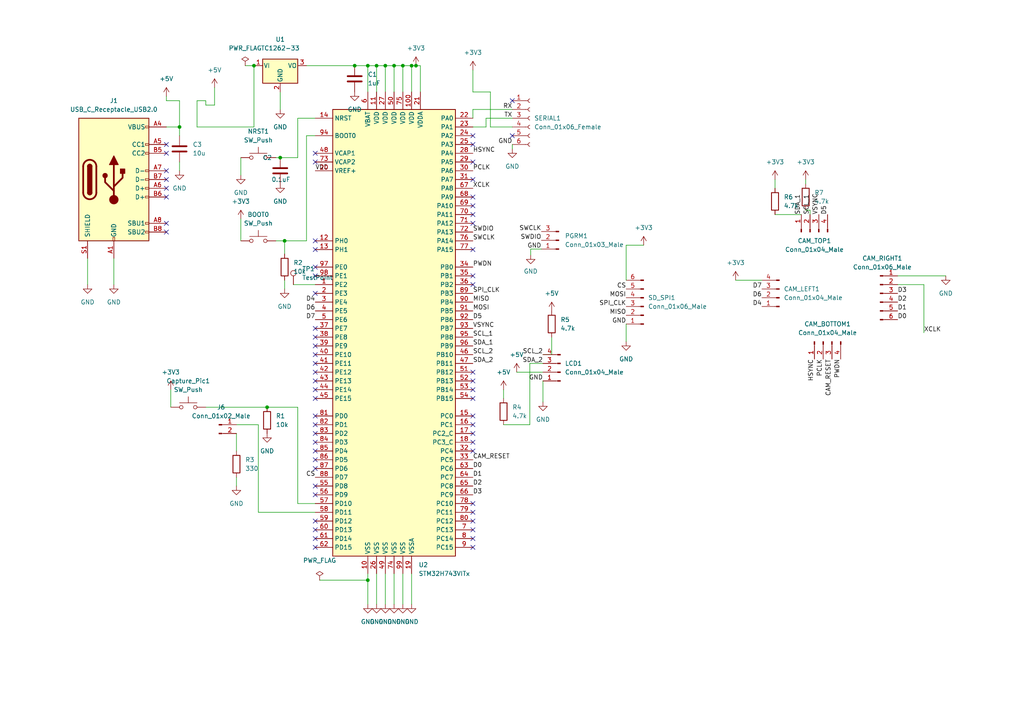
<source format=kicad_sch>
(kicad_sch (version 20211123) (generator eeschema)
  (paper "A4")
  (lib_symbols
    (symbol "Connector:Conn_01x02_Male" (pin_names (offset 1.016) hide)
      (property "Reference" "J" (at 0 2.54 0))
      (property "Value" "Conn_01x02_Male" (at 0 -5.08 0))
      (symbol "Conn_01x02_Male_1_1"
        (polyline (pts (xy 1.27 -2.54) (xy 0.8636 -2.54)) (stroke (width 0.1524)))
        (polyline (pts (xy 1.27 0) (xy 0.8636 0)) (stroke (width 0.1524)))
        (rectangle (start 0.8636 -2.413) (end 0 -2.667) (stroke (width 0.1524)) (fill (type outline)))
        (rectangle (start 0.8636 0.127) (end 0 -0.127) (stroke (width 0.1524)) (fill (type outline)))
        (pin passive line (at 5.08 0 180) (length 3.81) (name "Pin_1") (number "1"))
        (pin passive line (at 5.08 -2.54 180) (length 3.81) (name "Pin_2") (number "2"))
      )
    )
    (symbol "Connector:Conn_01x03_Male" (pin_names (offset 1.016) hide)
      (property "Reference" "J" (at 0 5.08 0))
      (property "Value" "Conn_01x03_Male" (at 0 -5.08 0))
      (symbol "Conn_01x03_Male_1_1"
        (polyline (pts (xy 1.27 -2.54) (xy 0.8636 -2.54)) (stroke (width 0.1524)))
        (polyline (pts (xy 1.27 0) (xy 0.8636 0)) (stroke (width 0.1524)))
        (polyline (pts (xy 1.27 2.54) (xy 0.8636 2.54)) (stroke (width 0.1524)))
        (rectangle (start 0.8636 -2.413) (end 0 -2.667) (stroke (width 0.1524)) (fill (type outline)))
        (rectangle (start 0.8636 0.127) (end 0 -0.127) (stroke (width 0.1524)) (fill (type outline)))
        (rectangle (start 0.8636 2.667) (end 0 2.413) (stroke (width 0.1524)) (fill (type outline)))
        (pin passive line (at 5.08 2.54 180) (length 3.81) (name "Pin_1") (number "1"))
        (pin passive line (at 5.08 0 180) (length 3.81) (name "Pin_2") (number "2"))
        (pin passive line (at 5.08 -2.54 180) (length 3.81) (name "Pin_3") (number "3"))
      )
    )
    (symbol "Connector:Conn_01x04_Male" (pin_names (offset 1.016) hide)
      (property "Reference" "J" (at 0 5.08 0))
      (property "Value" "Conn_01x04_Male" (at 0 -7.62 0))
      (symbol "Conn_01x04_Male_1_1"
        (polyline (pts (xy 1.27 -5.08) (xy 0.8636 -5.08)) (stroke (width 0.1524)))
        (polyline (pts (xy 1.27 -2.54) (xy 0.8636 -2.54)) (stroke (width 0.1524)))
        (polyline (pts (xy 1.27 0) (xy 0.8636 0)) (stroke (width 0.1524)))
        (polyline (pts (xy 1.27 2.54) (xy 0.8636 2.54)) (stroke (width 0.1524)))
        (rectangle (start 0.8636 -4.953) (end 0 -5.207) (stroke (width 0.1524)) (fill (type outline)))
        (rectangle (start 0.8636 -2.413) (end 0 -2.667) (stroke (width 0.1524)) (fill (type outline)))
        (rectangle (start 0.8636 0.127) (end 0 -0.127) (stroke (width 0.1524)) (fill (type outline)))
        (rectangle (start 0.8636 2.667) (end 0 2.413) (stroke (width 0.1524)) (fill (type outline)))
        (pin passive line (at 5.08 2.54 180) (length 3.81) (name "Pin_1") (number "1"))
        (pin passive line (at 5.08 0 180) (length 3.81) (name "Pin_2") (number "2"))
        (pin passive line (at 5.08 -2.54 180) (length 3.81) (name "Pin_3") (number "3"))
        (pin passive line (at 5.08 -5.08 180) (length 3.81) (name "Pin_4") (number "4"))
      )
    )
    (symbol "Connector:Conn_01x06_Female" (pin_names (offset 1.016) hide)
      (property "Reference" "J" (at 0 7.62 0))
      (property "Value" "Conn_01x06_Female" (at 0 -10.16 0))
      (symbol "Conn_01x06_Female_1_1"
        (arc (start 0 -7.112) (mid -0.508 -7.62) (end 0 -8.128) (stroke (width 0.1524)))
        (arc (start 0 -4.572) (mid -0.508 -5.08) (end 0 -5.588) (stroke (width 0.1524)))
        (arc (start 0 -2.032) (mid -0.508 -2.54) (end 0 -3.048) (stroke (width 0.1524)))
        (polyline (pts (xy -1.27 -7.62) (xy -0.508 -7.62)) (stroke (width 0.1524)))
        (polyline (pts (xy -1.27 -5.08) (xy -0.508 -5.08)) (stroke (width 0.1524)))
        (polyline (pts (xy -1.27 -2.54) (xy -0.508 -2.54)) (stroke (width 0.1524)))
        (polyline (pts (xy -1.27 0) (xy -0.508 0)) (stroke (width 0.1524)))
        (polyline (pts (xy -1.27 2.54) (xy -0.508 2.54)) (stroke (width 0.1524)))
        (polyline (pts (xy -1.27 5.08) (xy -0.508 5.08)) (stroke (width 0.1524)))
        (arc (start 0 0.508) (mid -0.508 0) (end 0 -0.508) (stroke (width 0.1524)))
        (arc (start 0 3.048) (mid -0.508 2.54) (end 0 2.032) (stroke (width 0.1524)))
        (arc (start 0 5.588) (mid -0.508 5.08) (end 0 4.572) (stroke (width 0.1524)))
        (pin passive line (at -5.08 5.08 0) (length 3.81) (name "Pin_1") (number "1"))
        (pin passive line (at -5.08 2.54 0) (length 3.81) (name "Pin_2") (number "2"))
        (pin passive line (at -5.08 0 0) (length 3.81) (name "Pin_3") (number "3"))
        (pin passive line (at -5.08 -2.54 0) (length 3.81) (name "Pin_4") (number "4"))
        (pin passive line (at -5.08 -5.08 0) (length 3.81) (name "Pin_5") (number "5"))
        (pin passive line (at -5.08 -7.62 0) (length 3.81) (name "Pin_6") (number "6"))
      )
    )
    (symbol "Connector:Conn_01x06_Male" (pin_names (offset 1.016) hide)
      (property "Reference" "J" (at 0 7.62 0))
      (property "Value" "Conn_01x06_Male" (at 0 -10.16 0))
      (symbol "Conn_01x06_Male_1_1"
        (polyline (pts (xy 1.27 -7.62) (xy 0.8636 -7.62)) (stroke (width 0.1524)))
        (polyline (pts (xy 1.27 -5.08) (xy 0.8636 -5.08)) (stroke (width 0.1524)))
        (polyline (pts (xy 1.27 -2.54) (xy 0.8636 -2.54)) (stroke (width 0.1524)))
        (polyline (pts (xy 1.27 0) (xy 0.8636 0)) (stroke (width 0.1524)))
        (polyline (pts (xy 1.27 2.54) (xy 0.8636 2.54)) (stroke (width 0.1524)))
        (polyline (pts (xy 1.27 5.08) (xy 0.8636 5.08)) (stroke (width 0.1524)))
        (rectangle (start 0.8636 -7.493) (end 0 -7.747) (stroke (width 0.1524)) (fill (type outline)))
        (rectangle (start 0.8636 -4.953) (end 0 -5.207) (stroke (width 0.1524)) (fill (type outline)))
        (rectangle (start 0.8636 -2.413) (end 0 -2.667) (stroke (width 0.1524)) (fill (type outline)))
        (rectangle (start 0.8636 0.127) (end 0 -0.127) (stroke (width 0.1524)) (fill (type outline)))
        (rectangle (start 0.8636 2.667) (end 0 2.413) (stroke (width 0.1524)) (fill (type outline)))
        (rectangle (start 0.8636 5.207) (end 0 4.953) (stroke (width 0.1524)) (fill (type outline)))
        (pin passive line (at 5.08 5.08 180) (length 3.81) (name "Pin_1") (number "1"))
        (pin passive line (at 5.08 2.54 180) (length 3.81) (name "Pin_2") (number "2"))
        (pin passive line (at 5.08 0 180) (length 3.81) (name "Pin_3") (number "3"))
        (pin passive line (at 5.08 -2.54 180) (length 3.81) (name "Pin_4") (number "4"))
        (pin passive line (at 5.08 -5.08 180) (length 3.81) (name "Pin_5") (number "5"))
        (pin passive line (at 5.08 -7.62 180) (length 3.81) (name "Pin_6") (number "6"))
      )
    )
    (symbol "Connector:TestPoint" (pin_numbers hide) (pin_names (offset 0.762) hide)
      (property "Reference" "TP" (at 0 6.858 0))
      (property "Value" "TestPoint" (at 0 5.08 0))
      (symbol "TestPoint_0_1"
        (circle (center 0 3.302) (radius 0.762))
      )
      (symbol "TestPoint_1_1"
        (pin passive line (at 0 0 90) (length 2.54) (name "1") (number "1"))
      )
    )
    (symbol "Connector:USB_C_Receptacle_USB2.0" (pin_names (offset 1.016))
      (property "Reference" "J" (at -10.16 19.05 0))
      (property "Value" "USB_C_Receptacle_USB2.0" (at 19.05 19.05 0))
      (symbol "USB_C_Receptacle_USB2.0_0_0"
        (rectangle (start -0.254 -17.78) (end 0.254 -16.764))
        (rectangle (start 10.16 -14.986) (end 9.144 -15.494))
        (rectangle (start 10.16 -12.446) (end 9.144 -12.954))
        (rectangle (start 10.16 -4.826) (end 9.144 -5.334))
        (rectangle (start 10.16 -2.286) (end 9.144 -2.794))
        (rectangle (start 10.16 0.254) (end 9.144 -0.254))
        (rectangle (start 10.16 2.794) (end 9.144 2.286))
        (rectangle (start 10.16 7.874) (end 9.144 7.366))
        (rectangle (start 10.16 10.414) (end 9.144 9.906))
        (rectangle (start 10.16 15.494) (end 9.144 14.986))
      )
      (symbol "USB_C_Receptacle_USB2.0_0_1"
        (rectangle (start -10.16 17.78) (end 10.16 -17.78) (stroke (width 0.254)) (fill (type background)))
        (arc (start -8.89 -3.81) (mid -6.985 -5.715) (end -5.08 -3.81) (stroke (width 0.508)))
        (arc (start -7.62 -3.81) (mid -6.985 -4.445) (end -6.35 -3.81) (stroke (width 0.254)))
        (arc (start -7.62 -3.81) (mid -6.985 -4.445) (end -6.35 -3.81) (stroke (width 0.254)) (fill (type outline)))
        (rectangle (start -7.62 -3.81) (end -6.35 3.81) (stroke (width 0.254)) (fill (type outline)))
        (arc (start -6.35 3.81) (mid -6.985 4.445) (end -7.62 3.81) (stroke (width 0.254)))
        (arc (start -6.35 3.81) (mid -6.985 4.445) (end -7.62 3.81) (stroke (width 0.254)) (fill (type outline)))
        (arc (start -5.08 3.81) (mid -6.985 5.715) (end -8.89 3.81) (stroke (width 0.508)))
        (circle (center -2.54 1.143) (radius 0.635) (stroke (width 0.254)) (fill (type outline)))
        (circle (center 0 -5.842) (radius 1.27) (fill (type outline)))
        (polyline (pts (xy -8.89 -3.81) (xy -8.89 3.81)) (stroke (width 0.508)))
        (polyline (pts (xy -5.08 3.81) (xy -5.08 -3.81)) (stroke (width 0.508)))
        (polyline (pts (xy 0 -5.842) (xy 0 4.318)) (stroke (width 0.508)))
        (polyline (pts (xy 0 -3.302) (xy -2.54 -0.762) (xy -2.54 0.508)) (stroke (width 0.508)))
        (polyline (pts (xy 0 -2.032) (xy 2.54 0.508) (xy 2.54 1.778)) (stroke (width 0.508)))
        (polyline (pts (xy -1.27 4.318) (xy 0 6.858) (xy 1.27 4.318) (xy -1.27 4.318)) (stroke (width 0.254)) (fill (type outline)))
        (rectangle (start 1.905 1.778) (end 3.175 3.048) (stroke (width 0.254)) (fill (type outline)))
      )
      (symbol "USB_C_Receptacle_USB2.0_1_1"
        (pin passive line (at 0 -22.86 90) (length 5.08) (name "GND") (number "A1"))
        (pin passive line (at 0 -22.86 90) (length 5.08) hide (name "GND") (number "A12"))
        (pin passive line (at 15.24 15.24 180) (length 5.08) (name "VBUS") (number "A4"))
        (pin bidirectional line (at 15.24 10.16 180) (length 5.08) (name "CC1") (number "A5"))
        (pin bidirectional line (at 15.24 -2.54 180) (length 5.08) (name "D+") (number "A6"))
        (pin bidirectional line (at 15.24 2.54 180) (length 5.08) (name "D-") (number "A7"))
        (pin bidirectional line (at 15.24 -12.7 180) (length 5.08) (name "SBU1") (number "A8"))
        (pin passive line (at 15.24 15.24 180) (length 5.08) hide (name "VBUS") (number "A9"))
        (pin passive line (at 0 -22.86 90) (length 5.08) hide (name "GND") (number "B1"))
        (pin passive line (at 0 -22.86 90) (length 5.08) hide (name "GND") (number "B12"))
        (pin passive line (at 15.24 15.24 180) (length 5.08) hide (name "VBUS") (number "B4"))
        (pin bidirectional line (at 15.24 7.62 180) (length 5.08) (name "CC2") (number "B5"))
        (pin bidirectional line (at 15.24 -5.08 180) (length 5.08) (name "D+") (number "B6"))
        (pin bidirectional line (at 15.24 0 180) (length 5.08) (name "D-") (number "B7"))
        (pin bidirectional line (at 15.24 -15.24 180) (length 5.08) (name "SBU2") (number "B8"))
        (pin passive line (at 15.24 15.24 180) (length 5.08) hide (name "VBUS") (number "B9"))
        (pin passive line (at -7.62 -22.86 90) (length 5.08) (name "SHIELD") (number "S1"))
      )
    )
    (symbol "Device:C" (pin_numbers hide) (pin_names (offset 0.254))
      (property "Reference" "C" (at 0.635 2.54 0))
      (property "Value" "C" (at 0.635 -2.54 0))
      (symbol "C_0_1"
        (polyline (pts (xy -2.032 -0.762) (xy 2.032 -0.762)) (stroke (width 0.508)))
        (polyline (pts (xy -2.032 0.762) (xy 2.032 0.762)) (stroke (width 0.508)))
      )
      (symbol "C_1_1"
        (pin passive line (at 0 3.81 270) (length 2.794) (name "~") (number "1"))
        (pin passive line (at 0 -3.81 90) (length 2.794) (name "~") (number "2"))
      )
    )
    (symbol "Device:R" (pin_numbers hide) (pin_names (offset 0))
      (property "Reference" "R" (at 2.032 0 90))
      (property "Value" "R" (at 0 0 90))
      (symbol "R_0_1"
        (rectangle (start -1.016 -2.54) (end 1.016 2.54) (stroke (width 0.254)))
      )
      (symbol "R_1_1"
        (pin passive line (at 0 3.81 270) (length 1.27) (name "~") (number "1"))
        (pin passive line (at 0 -3.81 90) (length 1.27) (name "~") (number "2"))
      )
    )
    (symbol "MCU_ST_STM32H7:STM32H743VITx"
      (property "Reference" "U" (at -17.78 64.77 0))
      (property "Value" "STM32H743VITx" (at 10.16 64.77 0))
      (symbol "STM32H743VITx_0_1"
        (rectangle (start -17.78 -66.04) (end 17.78 63.5) (stroke (width 0.254)) (fill (type background)))
      )
      (symbol "STM32H743VITx_1_1"
        (pin bidirectional line (at -22.86 12.7 0) (length 5.08) (name "PE2") (number "1"))
        (pin power_in line (at -7.62 -71.12 90) (length 5.08) (name "VSS") (number "10"))
        (pin power_in line (at 5.08 68.58 270) (length 5.08) (name "VDD") (number "100"))
        (pin power_in line (at -5.08 68.58 270) (length 5.08) (name "VDD") (number "11"))
        (pin input line (at -22.86 25.4 0) (length 5.08) (name "PH0") (number "12"))
        (pin input line (at -22.86 22.86 0) (length 5.08) (name "PH1") (number "13"))
        (pin input line (at -22.86 60.96 0) (length 5.08) (name "NRST") (number "14"))
        (pin bidirectional line (at 22.86 -25.4 180) (length 5.08) (name "PC0") (number "15"))
        (pin bidirectional line (at 22.86 -27.94 180) (length 5.08) (name "PC1") (number "16"))
        (pin bidirectional line (at 22.86 -30.48 180) (length 5.08) (name "PC2_C") (number "17"))
        (pin bidirectional line (at 22.86 -33.02 180) (length 5.08) (name "PC3_C") (number "18"))
        (pin power_in line (at 5.08 -71.12 90) (length 5.08) (name "VSSA") (number "19"))
        (pin bidirectional line (at -22.86 10.16 0) (length 5.08) (name "PE3") (number "2"))
        (pin bidirectional line (at -22.86 45.72 0) (length 5.08) (name "VREF+") (number "20"))
        (pin power_in line (at 7.62 68.58 270) (length 5.08) (name "VDDA") (number "21"))
        (pin bidirectional line (at 22.86 60.96 180) (length 5.08) (name "PA0") (number "22"))
        (pin bidirectional line (at 22.86 58.42 180) (length 5.08) (name "PA1") (number "23"))
        (pin bidirectional line (at 22.86 55.88 180) (length 5.08) (name "PA2") (number "24"))
        (pin bidirectional line (at 22.86 53.34 180) (length 5.08) (name "PA3") (number "25"))
        (pin power_in line (at -5.08 -71.12 90) (length 5.08) (name "VSS") (number "26"))
        (pin power_in line (at -2.54 68.58 270) (length 5.08) (name "VDD") (number "27"))
        (pin bidirectional line (at 22.86 50.8 180) (length 5.08) (name "PA4") (number "28"))
        (pin bidirectional line (at 22.86 48.26 180) (length 5.08) (name "PA5") (number "29"))
        (pin bidirectional line (at -22.86 7.62 0) (length 5.08) (name "PE4") (number "3"))
        (pin bidirectional line (at 22.86 45.72 180) (length 5.08) (name "PA6") (number "30"))
        (pin bidirectional line (at 22.86 43.18 180) (length 5.08) (name "PA7") (number "31"))
        (pin bidirectional line (at 22.86 -35.56 180) (length 5.08) (name "PC4") (number "32"))
        (pin bidirectional line (at 22.86 -38.1 180) (length 5.08) (name "PC5") (number "33"))
        (pin bidirectional line (at 22.86 17.78 180) (length 5.08) (name "PB0") (number "34"))
        (pin bidirectional line (at 22.86 15.24 180) (length 5.08) (name "PB1") (number "35"))
        (pin bidirectional line (at 22.86 12.7 180) (length 5.08) (name "PB2") (number "36"))
        (pin bidirectional line (at -22.86 0 0) (length 5.08) (name "PE7") (number "37"))
        (pin bidirectional line (at -22.86 -2.54 0) (length 5.08) (name "PE8") (number "38"))
        (pin bidirectional line (at -22.86 -5.08 0) (length 5.08) (name "PE9") (number "39"))
        (pin bidirectional line (at -22.86 5.08 0) (length 5.08) (name "PE5") (number "4"))
        (pin bidirectional line (at -22.86 -7.62 0) (length 5.08) (name "PE10") (number "40"))
        (pin bidirectional line (at -22.86 -10.16 0) (length 5.08) (name "PE11") (number "41"))
        (pin bidirectional line (at -22.86 -12.7 0) (length 5.08) (name "PE12") (number "42"))
        (pin bidirectional line (at -22.86 -15.24 0) (length 5.08) (name "PE13") (number "43"))
        (pin bidirectional line (at -22.86 -17.78 0) (length 5.08) (name "PE14") (number "44"))
        (pin bidirectional line (at -22.86 -20.32 0) (length 5.08) (name "PE15") (number "45"))
        (pin bidirectional line (at 22.86 -7.62 180) (length 5.08) (name "PB10") (number "46"))
        (pin bidirectional line (at 22.86 -10.16 180) (length 5.08) (name "PB11") (number "47"))
        (pin power_in line (at -22.86 50.8 0) (length 5.08) (name "VCAP1") (number "48"))
        (pin power_in line (at -2.54 -71.12 90) (length 5.08) (name "VSS") (number "49"))
        (pin bidirectional line (at -22.86 2.54 0) (length 5.08) (name "PE6") (number "5"))
        (pin power_in line (at 0 68.58 270) (length 5.08) (name "VDD") (number "50"))
        (pin bidirectional line (at 22.86 -12.7 180) (length 5.08) (name "PB12") (number "51"))
        (pin bidirectional line (at 22.86 -15.24 180) (length 5.08) (name "PB13") (number "52"))
        (pin bidirectional line (at 22.86 -17.78 180) (length 5.08) (name "PB14") (number "53"))
        (pin bidirectional line (at 22.86 -20.32 180) (length 5.08) (name "PB15") (number "54"))
        (pin bidirectional line (at -22.86 -45.72 0) (length 5.08) (name "PD8") (number "55"))
        (pin bidirectional line (at -22.86 -48.26 0) (length 5.08) (name "PD9") (number "56"))
        (pin bidirectional line (at -22.86 -50.8 0) (length 5.08) (name "PD10") (number "57"))
        (pin bidirectional line (at -22.86 -53.34 0) (length 5.08) (name "PD11") (number "58"))
        (pin bidirectional line (at -22.86 -55.88 0) (length 5.08) (name "PD12") (number "59"))
        (pin power_in line (at -7.62 68.58 270) (length 5.08) (name "VBAT") (number "6"))
        (pin bidirectional line (at -22.86 -58.42 0) (length 5.08) (name "PD13") (number "60"))
        (pin bidirectional line (at -22.86 -60.96 0) (length 5.08) (name "PD14") (number "61"))
        (pin bidirectional line (at -22.86 -63.5 0) (length 5.08) (name "PD15") (number "62"))
        (pin bidirectional line (at 22.86 -40.64 180) (length 5.08) (name "PC6") (number "63"))
        (pin bidirectional line (at 22.86 -43.18 180) (length 5.08) (name "PC7") (number "64"))
        (pin bidirectional line (at 22.86 -45.72 180) (length 5.08) (name "PC8") (number "65"))
        (pin bidirectional line (at 22.86 -48.26 180) (length 5.08) (name "PC9") (number "66"))
        (pin bidirectional line (at 22.86 40.64 180) (length 5.08) (name "PA8") (number "67"))
        (pin bidirectional line (at 22.86 38.1 180) (length 5.08) (name "PA9") (number "68"))
        (pin bidirectional line (at 22.86 35.56 180) (length 5.08) (name "PA10") (number "69"))
        (pin bidirectional line (at 22.86 -58.42 180) (length 5.08) (name "PC13") (number "7"))
        (pin bidirectional line (at 22.86 33.02 180) (length 5.08) (name "PA11") (number "70"))
        (pin bidirectional line (at 22.86 30.48 180) (length 5.08) (name "PA12") (number "71"))
        (pin bidirectional line (at 22.86 27.94 180) (length 5.08) (name "PA13") (number "72"))
        (pin power_in line (at -22.86 48.26 0) (length 5.08) (name "VCAP2") (number "73"))
        (pin power_in line (at 0 -71.12 90) (length 5.08) (name "VSS") (number "74"))
        (pin power_in line (at 2.54 68.58 270) (length 5.08) (name "VDD") (number "75"))
        (pin bidirectional line (at 22.86 25.4 180) (length 5.08) (name "PA14") (number "76"))
        (pin bidirectional line (at 22.86 22.86 180) (length 5.08) (name "PA15") (number "77"))
        (pin bidirectional line (at 22.86 -50.8 180) (length 5.08) (name "PC10") (number "78"))
        (pin bidirectional line (at 22.86 -53.34 180) (length 5.08) (name "PC11") (number "79"))
        (pin bidirectional line (at 22.86 -60.96 180) (length 5.08) (name "PC14") (number "8"))
        (pin bidirectional line (at 22.86 -55.88 180) (length 5.08) (name "PC12") (number "80"))
        (pin bidirectional line (at -22.86 -25.4 0) (length 5.08) (name "PD0") (number "81"))
        (pin bidirectional line (at -22.86 -27.94 0) (length 5.08) (name "PD1") (number "82"))
        (pin bidirectional line (at -22.86 -30.48 0) (length 5.08) (name "PD2") (number "83"))
        (pin bidirectional line (at -22.86 -33.02 0) (length 5.08) (name "PD3") (number "84"))
        (pin bidirectional line (at -22.86 -35.56 0) (length 5.08) (name "PD4") (number "85"))
        (pin bidirectional line (at -22.86 -38.1 0) (length 5.08) (name "PD5") (number "86"))
        (pin bidirectional line (at -22.86 -40.64 0) (length 5.08) (name "PD6") (number "87"))
        (pin bidirectional line (at -22.86 -43.18 0) (length 5.08) (name "PD7") (number "88"))
        (pin bidirectional line (at 22.86 10.16 180) (length 5.08) (name "PB3") (number "89"))
        (pin bidirectional line (at 22.86 -63.5 180) (length 5.08) (name "PC15") (number "9"))
        (pin bidirectional line (at 22.86 7.62 180) (length 5.08) (name "PB4") (number "90"))
        (pin bidirectional line (at 22.86 5.08 180) (length 5.08) (name "PB5") (number "91"))
        (pin bidirectional line (at 22.86 2.54 180) (length 5.08) (name "PB6") (number "92"))
        (pin bidirectional line (at 22.86 0 180) (length 5.08) (name "PB7") (number "93"))
        (pin input line (at -22.86 55.88 0) (length 5.08) (name "BOOT0") (number "94"))
        (pin bidirectional line (at 22.86 -2.54 180) (length 5.08) (name "PB8") (number "95"))
        (pin bidirectional line (at 22.86 -5.08 180) (length 5.08) (name "PB9") (number "96"))
        (pin bidirectional line (at -22.86 17.78 0) (length 5.08) (name "PE0") (number "97"))
        (pin bidirectional line (at -22.86 15.24 0) (length 5.08) (name "PE1") (number "98"))
        (pin power_in line (at 2.54 -71.12 90) (length 5.08) (name "VSS") (number "99"))
      )
    )
    (symbol "Regulator_Linear:TC1262-33" (pin_names (offset 0.254))
      (property "Reference" "U" (at -3.81 3.175 0))
      (property "Value" "TC1262-33" (at 0 3.175 0))
      (symbol "TC1262-33_1_1"
        (rectangle (start -5.08 1.905) (end 5.08 -5.08) (stroke (width 0.254)) (fill (type background)))
        (pin power_in line (at -7.62 0 0) (length 2.54) (name "VI") (number "1"))
        (pin power_in line (at 0 -7.62 90) (length 2.54) (name "GND") (number "2"))
        (pin power_out line (at 7.62 0 180) (length 2.54) (name "VO") (number "3"))
      )
    )
    (symbol "Switch:SW_Push" (pin_numbers hide) (pin_names (offset 1.016) hide)
      (property "Reference" "SW" (at 1.27 2.54 0))
      (property "Value" "SW_Push" (at 0 -1.524 0))
      (symbol "SW_Push_0_1"
        (circle (center -2.032 0) (radius 0.508))
        (polyline (pts (xy 0 1.27) (xy 0 3.048)))
        (polyline (pts (xy 2.54 1.27) (xy -2.54 1.27)))
        (circle (center 2.032 0) (radius 0.508))
        (pin passive line (at -5.08 0 0) (length 2.54) (name "1") (number "1"))
        (pin passive line (at 5.08 0 180) (length 2.54) (name "2") (number "2"))
      )
    )
    (symbol "power:+3.3V" (power) (pin_names (offset 0))
      (property "Value" "+3.3V" (at 0 3.556 0))
      (symbol "+3.3V_0_1"
        (polyline (pts (xy -0.762 1.27) (xy 0 2.54)))
        (polyline (pts (xy 0 0) (xy 0 2.54)))
        (polyline (pts (xy 0 2.54) (xy 0.762 1.27)))
      )
      (symbol "+3.3V_1_1"
        (pin power_in line (at 0 0 90) (length 0) hide (name "+3V3") (number "1"))
      )
    )
    (symbol "power:+5V" (power) (pin_names (offset 0))
      (property "Value" "+5V" (at 0 3.556 0))
      (symbol "+5V_0_1"
        (polyline (pts (xy -0.762 1.27) (xy 0 2.54)))
        (polyline (pts (xy 0 0) (xy 0 2.54)))
        (polyline (pts (xy 0 2.54) (xy 0.762 1.27)))
      )
      (symbol "+5V_1_1"
        (pin power_in line (at 0 0 90) (length 0) hide (name "+5V") (number "1"))
      )
    )
    (symbol "power:GND" (power) (pin_names (offset 0))
      (property "Value" "GND" (at 0 -3.81 0))
      (symbol "GND_0_1"
        (polyline (pts (xy 0 0) (xy 0 -1.27) (xy 1.27 -1.27) (xy 0 -2.54) (xy -1.27 -1.27) (xy 0 -1.27)))
      )
      (symbol "GND_1_1"
        (pin power_in line (at 0 0 270) (length 0) hide (name "GND") (number "1"))
      )
    )
    (symbol "power:PWR_FLAG" (power) (pin_numbers hide) (pin_names (offset 0) hide)
      (property "Value" "PWR_FLAG" (at 0 3.81 0))
      (symbol "PWR_FLAG_0_0"
        (pin power_out line (at 0 0 90) (length 0) (name "pwr") (number "1"))
      )
      (symbol "PWR_FLAG_0_1"
        (polyline (pts (xy 0 0) (xy 0 1.27) (xy -1.016 1.905) (xy 0 2.54) (xy 1.016 1.905) (xy 0 1.27)))
      )
    )
  )
  (junction (at 82.55 69.85))
  (junction (at 119.38 19.05))
  (junction (at 116.84 19.05))
  (junction (at 109.22 19.05))
  (junction (at 52.07 36.83))
  (junction (at 73.66 19.05))
  (junction (at 111.76 19.05))
  (junction (at 102.87 19.05))
  (junction (at 120.65 19.05))
  (junction (at 77.47 118.11))
  (junction (at 106.68 19.05))
  (junction (at 81.28 45.72))
  (junction (at 114.3 19.05))
  (junction (at 106.68 168.275))
  (no_connect (at 48.26 41.91))
  (no_connect (at 48.26 44.45))
  (no_connect (at 91.44 120.65))
  (no_connect (at 91.44 123.19))
  (no_connect (at 48.26 49.53))
  (no_connect (at 48.26 52.07))
  (no_connect (at 48.26 54.61))
  (no_connect (at 48.26 57.15))
  (no_connect (at 48.26 64.77))
  (no_connect (at 48.26 67.31))
  (no_connect (at 91.44 44.45))
  (no_connect (at 91.44 125.73))
  (no_connect (at 91.44 130.81))
  (no_connect (at 91.44 105.41))
  (no_connect (at 91.44 107.95))
  (no_connect (at 91.44 110.49))
  (no_connect (at 91.44 113.03))
  (no_connect (at 91.44 115.57))
  (no_connect (at 91.44 95.25))
  (no_connect (at 91.44 97.79))
  (no_connect (at 91.44 100.33))
  (no_connect (at 91.44 102.87))
  (no_connect (at 91.44 143.51))
  (no_connect (at 91.44 140.97))
  (no_connect (at 91.44 135.89))
  (no_connect (at 91.44 133.35))
  (no_connect (at 137.16 151.13))
  (no_connect (at 137.16 148.59))
  (no_connect (at 137.16 158.75))
  (no_connect (at 137.16 156.21))
  (no_connect (at 137.16 153.67))
  (no_connect (at 91.44 153.67))
  (no_connect (at 91.44 156.21))
  (no_connect (at 91.44 158.75))
  (no_connect (at 91.44 151.13))
  (no_connect (at 137.16 82.55))
  (no_connect (at 137.16 80.01))
  (no_connect (at 137.16 72.39))
  (no_connect (at 137.16 64.77))
  (no_connect (at 91.44 46.99))
  (no_connect (at 91.44 85.09))
  (no_connect (at 137.16 146.05))
  (no_connect (at 137.16 130.81))
  (no_connect (at 137.16 128.27))
  (no_connect (at 137.16 125.73))
  (no_connect (at 137.16 123.19))
  (no_connect (at 137.16 120.65))
  (no_connect (at 137.16 115.57))
  (no_connect (at 137.16 113.03))
  (no_connect (at 137.16 110.49))
  (no_connect (at 137.16 107.95))
  (no_connect (at 91.44 80.01))
  (no_connect (at 91.44 77.47))
  (no_connect (at 91.44 72.39))
  (no_connect (at 91.44 69.85))
  (no_connect (at 137.16 62.23))
  (no_connect (at 137.16 59.69))
  (no_connect (at 137.16 57.15))
  (no_connect (at 91.44 128.27))
  (no_connect (at 137.16 46.99))
  (no_connect (at 137.16 39.37))
  (no_connect (at 137.16 52.07))
  (no_connect (at 137.16 41.91))
  (no_connect (at 148.59 39.37))
  (no_connect (at 148.59 29.21))
  (wire (pts (xy 68.58 138.43) (xy 68.58 140.97)))
  (wire (pts (xy 57.15 29.21) (xy 59.69 29.21)))
  (wire (pts (xy 109.22 19.05) (xy 109.22 26.67)))
  (wire (pts (xy 260.35 80.01) (xy 274.32 80.01)))
  (wire (pts (xy 86.36 45.72) (xy 86.36 34.29)))
  (wire (pts (xy 106.68 168.275) (xy 106.68 175.26)))
  (wire (pts (xy 148.59 31.75) (xy 137.16 31.75)))
  (wire (pts (xy 224.79 62.23) (xy 232.41 62.23)))
  (wire (pts (xy 111.76 19.05) (xy 111.76 26.67)))
  (wire (pts (xy 119.38 166.37) (xy 119.38 175.26)))
  (wire (pts (xy 153.67 123.19) (xy 146.05 123.19)))
  (wire (pts (xy 52.07 29.21) (xy 52.07 36.83)))
  (wire (pts (xy 142.24 36.83) (xy 142.24 26.67)))
  (wire (pts (xy 85.09 82.55) (xy 91.44 82.55)))
  (wire (pts (xy 149.86 107.95) (xy 157.48 107.95)))
  (wire (pts (xy 59.69 29.21) (xy 59.69 30.48)))
  (wire (pts (xy 140.97 36.83) (xy 137.16 36.83)))
  (wire (pts (xy 86.36 146.05) (xy 86.36 118.11)))
  (wire (pts (xy 109.22 166.37) (xy 109.22 175.26)))
  (wire (pts (xy 52.07 46.99) (xy 52.07 49.53)))
  (wire (pts (xy 111.76 166.37) (xy 111.76 175.26)))
  (wire (pts (xy 153.67 105.41) (xy 153.67 123.19)))
  (wire (pts (xy 25.4 74.93) (xy 25.4 82.55)))
  (wire (pts (xy 114.3 166.37) (xy 114.3 175.26)))
  (wire (pts (xy 80.01 45.72) (xy 81.28 45.72)))
  (wire (pts (xy 74.93 123.19) (xy 74.93 148.59)))
  (wire (pts (xy 69.85 45.72) (xy 69.85 50.8)))
  (wire (pts (xy 153.924 72.2376) (xy 153.924 73.9648)))
  (wire (pts (xy 92.71 168.275) (xy 106.68 168.275)))
  (wire (pts (xy 121.92 19.05) (xy 121.92 26.67)))
  (wire (pts (xy 119.38 19.05) (xy 119.38 26.67)))
  (wire (pts (xy 68.58 125.73) (xy 68.58 130.81)))
  (wire (pts (xy 68.58 123.19) (xy 74.93 123.19)))
  (wire (pts (xy 116.84 19.05) (xy 119.38 19.05)))
  (wire (pts (xy 86.36 118.11) (xy 77.47 118.11)))
  (wire (pts (xy 213.36 81.28) (xy 220.98 81.28)))
  (wire (pts (xy 181.61 71.12) (xy 186.69 71.12)))
  (wire (pts (xy 81.28 26.67) (xy 81.28 31.75)))
  (wire (pts (xy 73.66 19.05) (xy 73.66 36.83)))
  (wire (pts (xy 88.9 19.05) (xy 102.87 19.05)))
  (wire (pts (xy 140.97 34.29) (xy 140.97 36.83)))
  (wire (pts (xy 91.44 146.05) (xy 86.36 146.05)))
  (wire (pts (xy 142.24 26.67) (xy 137.16 26.67)))
  (wire (pts (xy 148.59 34.29) (xy 140.97 34.29)))
  (wire (pts (xy 111.76 19.05) (xy 114.3 19.05)))
  (wire (pts (xy 71.12 19.05) (xy 73.66 19.05)))
  (wire (pts (xy 160.02 102.87) (xy 157.48 102.87)))
  (wire (pts (xy 233.68 52.07) (xy 233.68 53.34)))
  (wire (pts (xy 106.68 19.05) (xy 109.22 19.05)))
  (wire (pts (xy 137.16 20.32) (xy 137.16 26.67)))
  (wire (pts (xy 88.9 39.37) (xy 91.44 39.37)))
  (wire (pts (xy 80.01 69.85) (xy 82.55 69.85)))
  (wire (pts (xy 116.84 166.37) (xy 116.84 175.26)))
  (wire (pts (xy 74.93 148.59) (xy 91.44 148.59)))
  (wire (pts (xy 48.26 36.83) (xy 52.07 36.83)))
  (wire (pts (xy 114.3 19.05) (xy 116.84 19.05)))
  (wire (pts (xy 142.24 36.83) (xy 148.59 36.83)))
  (wire (pts (xy 59.69 30.48) (xy 62.23 30.48)))
  (wire (pts (xy 157.48 110.49) (xy 157.48 116.586)))
  (wire (pts (xy 114.3 19.05) (xy 114.3 26.67)))
  (wire (pts (xy 82.55 69.85) (xy 82.55 73.66)))
  (wire (pts (xy 106.68 166.37) (xy 106.68 168.275)))
  (wire (pts (xy 153.924 72.2376) (xy 157.0228 72.2376)))
  (wire (pts (xy 82.55 69.85) (xy 88.9 69.85)))
  (wire (pts (xy 181.61 93.98) (xy 181.61 99.06)))
  (wire (pts (xy 109.22 19.05) (xy 111.76 19.05)))
  (wire (pts (xy 81.28 45.72) (xy 86.36 45.72)))
  (wire (pts (xy 69.85 63.5) (xy 69.85 69.85)))
  (wire (pts (xy 62.23 25.4) (xy 62.23 30.48)))
  (wire (pts (xy 48.26 29.21) (xy 48.26 27.94)))
  (wire (pts (xy 120.65 19.05) (xy 121.92 19.05)))
  (wire (pts (xy 52.07 29.21) (xy 48.26 29.21)))
  (wire (pts (xy 181.61 81.28) (xy 181.61 71.12)))
  (wire (pts (xy 116.84 19.05) (xy 116.84 26.67)))
  (wire (pts (xy 57.15 29.21) (xy 57.15 36.83)))
  (wire (pts (xy 157.48 105.41) (xy 153.67 105.41)))
  (wire (pts (xy 106.68 19.05) (xy 106.68 26.67)))
  (wire (pts (xy 146.05 113.03) (xy 146.05 115.57)))
  (wire (pts (xy 57.15 36.83) (xy 73.66 36.83)))
  (wire (pts (xy 86.36 34.29) (xy 91.44 34.29)))
  (wire (pts (xy 52.07 36.83) (xy 52.07 39.37)))
  (wire (pts (xy 224.79 52.07) (xy 224.79 54.61)))
  (wire (pts (xy 267.97 82.55) (xy 260.35 82.55)))
  (wire (pts (xy 233.68 60.96) (xy 234.95 60.96)))
  (wire (pts (xy 267.97 96.52) (xy 267.97 82.55)))
  (wire (pts (xy 49.53 113.03) (xy 49.53 118.11)))
  (wire (pts (xy 119.38 19.05) (xy 120.65 19.05)))
  (wire (pts (xy 102.87 19.05) (xy 106.68 19.05)))
  (wire (pts (xy 59.69 118.11) (xy 77.47 118.11)))
  (wire (pts (xy 160.02 97.79) (xy 160.02 102.87)))
  (wire (pts (xy 148.59 41.91) (xy 148.59 43.18)))
  (wire (pts (xy 234.95 60.96) (xy 234.95 62.23)))
  (wire (pts (xy 82.55 81.28) (xy 82.55 83.82)))
  (wire (pts (xy 88.9 69.85) (xy 88.9 39.37)))
  (wire (pts (xy 33.02 74.93) (xy 33.02 82.55)))
  (wire (pts (xy 137.16 31.75) (xy 137.16 34.29)))
  (label "CS" (at 91.44 138.43 180))
  (label "D1" (at 137.16 138.43 0))
  (label "D2" (at 260.35 87.63 0))
  (label "SWCLK" (at 157.0228 67.1576 180))
  (label "MISO" (at 181.61 91.44 180))
  (label "CS" (at 181.61 83.82 180))
  (label "PCLK" (at 137.16 49.53 0))
  (label "PCLK" (at 238.76 104.14 270))
  (label "GND" (at 181.61 93.98 180))
  (label "SCL_1" (at 234.95 62.23 90))
  (label "D6" (at 220.98 86.36 180))
  (label "D0" (at 137.16 135.89 0))
  (label "D3" (at 137.16 143.51 0))
  (label "D7" (at 220.98 83.82 180))
  (label "VSYNC" (at 137.16 95.25 0))
  (label "MISO" (at 137.16 87.63 0))
  (label "HSYNC" (at 236.22 104.14 270))
  (label "TX" (at 148.59 34.29 180))
  (label "SPI_CLK" (at 181.61 88.9 180))
  (label "XCLK" (at 137.16 54.61 0))
  (label "CAM_RESET" (at 137.16 133.35 0))
  (label "SWDIO" (at 157.0228 69.6976 180))
  (label "GND" (at 157.48 110.49 180))
  (label "HSYNC" (at 137.16 44.45 0))
  (label "SWDIO" (at 137.16 67.31 0))
  (label "D5" (at 137.16 92.71 0))
  (label "D6" (at 91.44 90.17 180))
  (label "CAM_RESET" (at 241.3 104.14 270))
  (label "SDA_2" (at 157.48 105.41 180))
  (label "SCL_2" (at 157.48 102.87 180))
  (label "D4" (at 220.98 88.9 180))
  (label "VDD" (at 91.44 49.53 0))
  (label "D4" (at 91.44 87.63 180))
  (label "PWDN" (at 137.16 77.47 0))
  (label "PWDN" (at 243.84 104.14 270))
  (label "SCL_2" (at 137.16 102.87 0))
  (label "D0" (at 260.35 92.71 0))
  (label "MOSI" (at 181.61 86.36 180))
  (label "D7" (at 91.44 92.71 180))
  (label "D5" (at 240.03 62.23 90))
  (label "GND" (at 157.0228 72.2376 180))
  (label "GND" (at 148.59 41.91 180))
  (label "D2" (at 137.16 140.97 0))
  (label "RX" (at 148.59 31.75 180))
  (label "XCLK" (at 267.97 96.52 0))
  (label "MOSI" (at 137.16 90.17 0))
  (label "SWCLK" (at 137.16 69.85 0))
  (label "D1" (at 260.35 90.17 0))
  (label "D3" (at 260.35 85.09 0))
  (label "SDA_1" (at 232.41 62.23 90))
  (label "SPI_CLK" (at 137.16 85.09 0))
  (label "SCL_1" (at 137.16 97.79 0))
  (label "SDA_2" (at 137.16 105.41 0))
  (label "VSYNC" (at 237.49 62.23 90))
  (label "SDA_1" (at 137.16 100.33 0))
  (symbol (lib_id "Device:R") (at 146.05 119.38 0) (unit 1)
    (property "Reference" "R4" (at 148.59 118.1099 0) (effects (justify left)))
    (property "Value" "4.7k" (at 148.59 120.6499 0) (effects (justify left)))
    (property "Footprint" "Resistor_SMD:R_0805_2012Metric_Pad1.20x1.40mm_HandSolder" (effects hide))
  )
  (symbol (lib_id "power:GND") (at 77.47 125.73 0) (unit 1)
    (property "Reference" "#PWR0121" (effects hide))
    (property "Value" "GND" (at 77.47 130.81 0))
  )
  (symbol (lib_id "power:GND") (at 102.87 26.67 0) (unit 1)
    (property "Reference" "#PWR03" (effects hide))
    (property "Value" "GND" (at 102.87 31.75 0))
  )
  (symbol (lib_id "Device:C") (at 81.28 49.53 0) (unit 1)
    (property "Reference" "C2" (at 76.2 45.72 0) (effects (justify left)))
    (property "Value" "0.1uF" (at 78.74 52.07 0) (effects (justify left)))
    (property "Footprint" "Capacitor_SMD:C_0805_2012Metric_Pad1.18x1.45mm_HandSolder" (effects hide))
  )
  (symbol (lib_id "power:+5V") (at 62.23 25.4 0) (unit 1)
    (property "Reference" "#PWR0102" (effects hide))
    (property "Value" "+5V" (at 62.23 20.32 0))
  )
  (symbol (lib_id "Device:R") (at 82.55 77.47 0) (unit 1)
    (property "Reference" "R2" (at 85.09 76.1999 0) (effects (justify left)))
    (property "Value" "10k" (at 85.09 78.7399 0) (effects (justify left)))
    (property "Footprint" "Resistor_SMD:R_0805_2012Metric_Pad1.20x1.40mm_HandSolder" (effects hide))
  )
  (symbol (lib_id "power:GND") (at 81.28 31.75 0) (unit 1)
    (property "Reference" "#PWR0105" (effects hide))
    (property "Value" "GND" (at 81.28 36.83 0))
  )
  (symbol (lib_id "power:+5V") (at 149.86 107.95 0) (unit 1)
    (property "Reference" "#PWR0122" (effects hide))
    (property "Value" "+5V" (at 149.86 102.87 0))
  )
  (symbol (lib_id "power:+3.3V") (at 186.69 71.12 0) (unit 1)
    (property "Reference" "#PWR0119" (effects hide))
    (property "Value" "+3.3V" (at 186.69 66.04 0))
  )
  (symbol (lib_id "power:+3.3V") (at 224.79 52.07 0) (unit 1)
    (property "Reference" "#PWR011" (effects hide))
    (property "Value" "+3.3V" (at 224.79 46.99 0))
  )
  (symbol (lib_id "Connector:TestPoint") (at 85.09 82.55 0) (unit 1)
    (property "Reference" "TP1" (at 87.63 77.9779 0) (effects (justify left)))
    (property "Value" "TestPoint" (at 87.63 80.5179 0) (effects (justify left)))
    (property "Footprint" "TestPoint:TestPoint_Keystone_5010-5014_Multipurpose" (effects hide))
  )
  (symbol (lib_id "power:PWR_FLAG") (at 71.12 19.05 0) (unit 1)
    (property "Reference" "#FLG0103" (effects hide))
    (property "Value" "PWR_FLAG" (at 71.12 13.97 0))
  )
  (symbol (lib_id "power:+3.3V") (at 213.36 81.28 0) (unit 1)
    (property "Reference" "#PWR0114" (effects hide))
    (property "Value" "+3.3V" (at 213.36 76.2 0))
  )
  (symbol (lib_id "power:GND") (at 114.3 175.26 0) (unit 1)
    (property "Reference" "#PWR0109" (effects hide))
    (property "Value" "GND" (at 114.3 180.34 0))
  )
  (symbol (lib_id "Connector:Conn_01x06_Male") (at 255.27 85.09 0) (unit 1)
    (property "Reference" "CAM_RIGHT1" (at 255.905 74.93 0))
    (property "Value" "Conn_01x06_Male" (at 255.905 77.47 0))
    (property "Footprint" "Connector_PinHeader_2.54mm:PinHeader_1x06_P2.54mm_Vertical" (effects hide))
  )
  (symbol (lib_id "Device:R") (at 233.68 57.15 0) (unit 1)
    (property "Reference" "R7" (at 236.22 55.8799 0) (effects (justify left)))
    (property "Value" "4.7k" (at 236.22 58.4199 0) (effects (justify left)))
    (property "Footprint" "Resistor_SMD:R_0805_2012Metric_Pad1.20x1.40mm_HandSolder" (effects hide))
  )
  (symbol (lib_id "power:GND") (at 119.38 175.26 0) (unit 1)
    (property "Reference" "#PWR0111" (effects hide))
    (property "Value" "GND" (at 119.38 180.34 0))
  )
  (symbol (lib_id "Switch:SW_Push") (at 74.93 45.72 0) (unit 1)
    (property "Reference" "NRST1" (at 74.93 38.1 0))
    (property "Value" "SW_Push" (at 74.93 40.64 0))
    (property "Footprint" "Button_Switch_THT:SW_PUSH_6mm_H4.3mm" (effects hide))
  )
  (symbol (lib_id "Device:R") (at 224.79 58.42 0) (unit 1)
    (property "Reference" "R6" (at 227.33 57.1499 0) (effects (justify left)))
    (property "Value" "4.7k" (at 227.33 59.6899 0) (effects (justify left)))
    (property "Footprint" "Resistor_SMD:R_0805_2012Metric_Pad1.20x1.40mm_HandSolder" (effects hide))
  )
  (symbol (lib_id "power:GND") (at 109.22 175.26 0) (unit 1)
    (property "Reference" "#PWR0107" (effects hide))
    (property "Value" "GND" (at 109.22 180.34 0))
  )
  (symbol (lib_id "power:+3.3V") (at 120.65 19.05 0) (unit 1)
    (property "Reference" "#PWR0106" (effects hide))
    (property "Value" "+3.3V" (at 120.65 13.97 0))
  )
  (symbol (lib_id "Device:R") (at 77.47 121.92 0) (unit 1)
    (property "Reference" "R1" (at 80.01 120.6499 0) (effects (justify left)))
    (property "Value" "10k" (at 80.01 123.1899 0) (effects (justify left)))
    (property "Footprint" "Resistor_SMD:R_0805_2012Metric_Pad1.20x1.40mm_HandSolder" (effects hide))
  )
  (symbol (lib_id "Switch:SW_Push") (at 74.93 69.85 0) (unit 1)
    (property "Reference" "BOOT0" (at 74.93 62.23 0))
    (property "Value" "SW_Push" (at 74.93 64.77 0))
    (property "Footprint" "Button_Switch_THT:SW_PUSH_6mm_H4.3mm" (effects hide))
  )
  (symbol (lib_id "power:GND") (at 25.4 82.55 0) (unit 1)
    (property "Reference" "#PWR0103" (effects hide))
    (property "Value" "GND" (at 25.4 87.63 0))
  )
  (symbol (lib_id "Connector:Conn_01x04_Male") (at 226.06 86.36 180) (unit 1)
    (property "Reference" "CAM_LEFT1" (at 227.33 83.8199 0) (effects (justify right)))
    (property "Value" "Conn_01x04_Male" (at 227.33 86.3599 0) (effects (justify right)))
    (property "Footprint" "Connector_PinHeader_2.54mm:PinHeader_1x04_P2.54mm_Vertical" (effects hide))
  )
  (symbol (lib_id "power:GND") (at 81.28 53.34 0) (unit 1)
    (property "Reference" "#PWR0117" (effects hide))
    (property "Value" "GND" (at 81.28 58.42 0))
  )
  (symbol (lib_id "Connector:Conn_01x04_Male") (at 162.56 107.95 180) (unit 1)
    (property "Reference" "LCD1" (at 163.83 105.4099 0) (effects (justify right)))
    (property "Value" "Conn_01x04_Male" (at 163.83 107.9499 0) (effects (justify right)))
    (property "Footprint" "Connector_PinHeader_2.54mm:PinHeader_1x04_P2.54mm_Vertical" (effects hide))
  )
  (symbol (lib_id "power:+3.3V") (at 137.16 20.32 0) (unit 1)
    (property "Reference" "#PWR04" (effects hide))
    (property "Value" "+3.3V" (at 137.16 15.24 0))
  )
  (symbol (lib_id "power:GND") (at 148.59 43.18 0) (unit 1)
    (property "Reference" "#PWR08" (effects hide))
    (property "Value" "GND" (at 148.59 48.26 0))
  )
  (symbol (lib_id "power:+5V") (at 146.05 113.03 0) (unit 1)
    (property "Reference" "#PWR0120" (effects hide))
    (property "Value" "+5V" (at 146.05 107.95 0))
  )
  (symbol (lib_id "power:GND") (at 106.68 175.26 0) (unit 1)
    (property "Reference" "#PWR0112" (effects hide))
    (property "Value" "GND" (at 106.68 180.34 0))
  )
  (symbol (lib_id "power:+3.3V") (at 69.85 63.5 0) (unit 1)
    (property "Reference" "#PWR02" (effects hide))
    (property "Value" "+3.3V" (at 69.85 58.42 0))
  )
  (symbol (lib_id "Connector:USB_C_Receptacle_USB2.0") (at 33.02 52.07 0) (unit 1)
    (property "Reference" "J1" (at 33.02 29.21 0))
    (property "Value" "USB_C_Receptacle_USB2.0" (at 33.02 31.75 0))
    (property "Footprint" "Connector_USB:USB_C_Receptacle_GCT_USB4085" (effects hide))
    (property "Datasheet" "https://www.usb.org/sites/default/files/documents/usb_type-c.zip" (effects hide))
  )
  (symbol (lib_id "Device:R") (at 160.02 93.98 0) (unit 1)
    (property "Reference" "R5" (at 162.56 92.7099 0) (effects (justify left)))
    (property "Value" "4.7k" (at 162.56 95.2499 0) (effects (justify left)))
    (property "Footprint" "Resistor_SMD:R_0805_2012Metric_Pad1.20x1.40mm_HandSolder" (effects hide))
  )
  (symbol (lib_id "Connector:Conn_01x04_Male") (at 238.76 99.06 90) (mirror x) (unit 1)
    (property "Reference" "CAM_BOTTOM1" (at 240.03 93.98 90))
    (property "Value" "Conn_01x04_Male" (at 240.03 96.52 90))
    (property "Footprint" "Connector_PinHeader_2.54mm:PinHeader_1x04_P2.54mm_Vertical" (effects hide))
  )
  (symbol (lib_id "power:GND") (at 52.07 49.53 0) (unit 1)
    (property "Reference" "#PWR0125" (effects hide))
    (property "Value" "GND" (at 52.07 54.61 0))
  )
  (symbol (lib_id "power:+3.3V") (at 49.53 113.03 0) (unit 1)
    (property "Reference" "#PWR01" (effects hide))
    (property "Value" "+3.3V" (at 49.53 107.95 0))
  )
  (symbol (lib_id "power:GND") (at 33.02 82.55 0) (unit 1)
    (property "Reference" "#PWR0101" (effects hide))
    (property "Value" "GND" (at 33.02 87.63 0))
  )
  (symbol (lib_id "Regulator_Linear:TC1262-33") (at 81.28 19.05 0) (unit 1)
    (property "Reference" "U1" (at 81.28 11.43 0))
    (property "Value" "TC1262-33" (at 81.28 13.97 0))
    (property "Footprint" "Package_TO_SOT_SMD:SOT-223-3_TabPin2" (effects hide))
    (property "Datasheet" "http://ww1.microchip.com/downloads/en/DeviceDoc/21373C.pdf" (effects hide))
  )
  (symbol (lib_id "Connector:Conn_01x02_Male") (at 63.5 123.19 0) (unit 1)
    (property "Reference" "J6" (at 64.135 118.11 0))
    (property "Value" "Conn_01x02_Male" (at 64.135 120.65 0))
    (property "Footprint" "Connector_PinHeader_2.54mm:PinHeader_1x02_P2.54mm_Vertical" (effects hide))
  )
  (symbol (lib_id "Device:C") (at 102.87 22.86 0) (unit 1)
    (property "Reference" "C1" (at 106.68 21.5899 0) (effects (justify left)))
    (property "Value" "1uF" (at 106.68 24.1299 0) (effects (justify left)))
    (property "Footprint" "Capacitor_SMD:C_0805_2012Metric_Pad1.18x1.45mm_HandSolder" (effects hide))
  )
  (symbol (lib_id "power:GND") (at 274.32 80.01 0) (unit 1)
    (property "Reference" "#PWR0113" (effects hide))
    (property "Value" "GND" (at 274.32 85.09 0))
  )
  (symbol (lib_id "MCU_ST_STM32H7:STM32H743VITx") (at 114.3 95.25 0) (unit 1)
    (property "Reference" "U2" (at 121.3994 163.83 0) (effects (justify left)))
    (property "Value" "STM32H743VITx" (at 121.3994 166.37 0) (effects (justify left)))
    (property "Footprint" "Package_QFP:LQFP-100_14x14mm_P0.5mm" (effects hide))
    (property "Datasheet" "http://www.st.com/st-web-ui/static/active/en/resource/technical/document/datasheet/DM00387108.pdf" (effects hide))
  )
  (symbol (lib_id "Device:C") (at 52.07 43.18 0) (unit 1)
    (property "Reference" "C3" (at 55.88 41.9099 0) (effects (justify left)))
    (property "Value" "10u" (at 55.88 44.4499 0) (effects (justify left)))
    (property "Footprint" "Capacitor_SMD:C_0805_2012Metric_Pad1.18x1.45mm_HandSolder" (effects hide))
  )
  (symbol (lib_id "power:GND") (at 69.85 50.8 0) (unit 1)
    (property "Reference" "#PWR07" (effects hide))
    (property "Value" "GND" (at 69.85 55.88 0))
  )
  (symbol (lib_id "power:GND") (at 153.924 73.9648 0) (unit 1)
    (property "Reference" "#PWR0116" (effects hide))
    (property "Value" "GND" (at 153.924 78.6892 0))
  )
  (symbol (lib_id "power:+5V") (at 48.26 27.94 0) (unit 1)
    (property "Reference" "#PWR0104" (effects hide))
    (property "Value" "+5V" (at 48.26 22.86 0))
  )
  (symbol (lib_id "power:GND") (at 181.61 99.06 0) (unit 1)
    (property "Reference" "#PWR0118" (effects hide))
    (property "Value" "GND" (at 181.61 104.14 0))
  )
  (symbol (lib_id "Connector:Conn_01x06_Male") (at 186.69 88.9 180) (unit 1)
    (property "Reference" "SD_SPI1" (at 187.96 86.3599 0) (effects (justify right)))
    (property "Value" "Conn_01x06_Male" (at 187.96 88.8999 0) (effects (justify right)))
    (property "Footprint" "Connector_PinHeader_2.54mm:PinHeader_1x06_P2.54mm_Vertical" (effects hide))
  )
  (symbol (lib_id "power:PWR_FLAG") (at 92.71 168.275 0) (unit 1)
    (property "Reference" "#FLG0102" (effects hide))
    (property "Value" "PWR_FLAG" (at 92.71 162.56 0))
  )
  (symbol (lib_id "power:GND") (at 82.55 83.82 0) (unit 1)
    (property "Reference" "#PWR05" (effects hide))
    (property "Value" "GND" (at 82.55 88.9 0))
  )
  (symbol (lib_id "power:GND") (at 116.84 175.26 0) (unit 1)
    (property "Reference" "#PWR0110" (effects hide))
    (property "Value" "GND" (at 116.84 180.34 0))
  )
  (symbol (lib_id "power:+3.3V") (at 233.68 52.07 0) (unit 1)
    (property "Reference" "#PWR012" (effects hide))
    (property "Value" "+3.3V" (at 233.68 46.99 0))
  )
  (symbol (lib_id "Connector:Conn_01x06_Female") (at 153.67 34.29 0) (unit 1)
    (property "Reference" "SERIAL1" (at 154.94 34.2899 0) (effects (justify left)))
    (property "Value" "Conn_01x06_Female" (at 154.94 36.8299 0) (effects (justify left)))
    (property "Footprint" "Connector_PinSocket_2.54mm:PinSocket_1x06_P2.54mm_Vertical" (effects hide))
  )
  (symbol (lib_id "Connector:Conn_01x03_Male") (at 162.1028 69.6976 180) (unit 1)
    (property "Reference" "PGRM1" (at 163.83 68.4275 0) (effects (justify right)))
    (property "Value" "Conn_01x03_Male" (at 163.83 70.9675 0) (effects (justify right)))
    (property "Footprint" "Connector_PinHeader_2.54mm:PinHeader_1x03_P2.54mm_Vertical" (effects hide))
  )
  (symbol (lib_id "power:GND") (at 68.58 140.97 0) (unit 1)
    (property "Reference" "#PWR06" (effects hide))
    (property "Value" "GND" (at 68.58 146.05 0))
  )
  (symbol (lib_id "power:GND") (at 157.48 116.586 0) (unit 1)
    (property "Reference" "#PWR0115" (effects hide))
    (property "Value" "GND" (at 157.48 121.666 0))
  )
  (symbol (lib_id "power:GND") (at 111.76 175.26 0) (unit 1)
    (property "Reference" "#PWR0108" (effects hide))
    (property "Value" "GND" (at 111.76 180.34 0))
  )
  (symbol (lib_id "Connector:Conn_01x04_Male") (at 234.95 67.31 90) (unit 1)
    (property "Reference" "CAM_TOP1" (at 236.22 69.85 90))
    (property "Value" "Conn_01x04_Male" (at 236.22 72.39 90))
    (property "Footprint" "Connector_PinHeader_2.54mm:PinHeader_1x04_P2.54mm_Vertical" (effects hide))
  )
  (symbol (lib_id "power:+5V") (at 160.02 90.17 0) (unit 1)
    (property "Reference" "#PWR0123" (effects hide))
    (property "Value" "+5V" (at 160.02 85.09 0))
  )
  (symbol (lib_id "Switch:SW_Push") (at 54.61 118.11 0) (unit 1)
    (property "Reference" "Capture_Pic1" (at 54.61 110.49 0))
    (property "Value" "SW_Push" (at 54.61 113.03 0))
    (property "Footprint" "Button_Switch_THT:SW_PUSH_6mm_H4.3mm" (effects hide))
  )
  (symbol (lib_id "Device:R") (at 68.58 134.62 0) (unit 1)
    (property "Reference" "R3" (at 71.12 133.3499 0) (effects (justify left)))
    (property "Value" "330" (at 71.12 135.8899 0) (effects (justify left)))
    (property "Footprint" "Resistor_SMD:R_0805_2012Metric_Pad1.20x1.40mm_HandSolder" (effects hide))
  )
)
</source>
